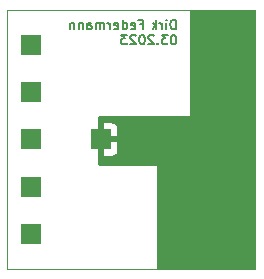
<source format=gbl>
G04 #@! TF.GenerationSoftware,KiCad,Pcbnew,(7.0.0)*
G04 #@! TF.CreationDate,2023-03-10T18:19:13+01:00*
G04 #@! TF.ProjectId,CapacitorBox0603,43617061-6369-4746-9f72-426f78303630,rev?*
G04 #@! TF.SameCoordinates,Original*
G04 #@! TF.FileFunction,Copper,L2,Bot*
G04 #@! TF.FilePolarity,Positive*
%FSLAX46Y46*%
G04 Gerber Fmt 4.6, Leading zero omitted, Abs format (unit mm)*
G04 Created by KiCad (PCBNEW (7.0.0)) date 2023-03-10 18:19:13*
%MOMM*%
%LPD*%
G01*
G04 APERTURE LIST*
%ADD10C,0.150000*%
G04 #@! TA.AperFunction,NonConductor*
%ADD11C,0.150000*%
G04 #@! TD*
G04 #@! TA.AperFunction,ComponentPad*
%ADD12R,1.700000X1.700000*%
G04 #@! TD*
G04 #@! TA.AperFunction,ViaPad*
%ADD13C,0.800000*%
G04 #@! TD*
G04 #@! TA.AperFunction,Conductor*
%ADD14C,0.500000*%
G04 #@! TD*
G04 #@! TA.AperFunction,Profile*
%ADD15C,0.100000*%
G04 #@! TD*
G04 APERTURE END LIST*
D10*
D11*
X115309523Y-101645904D02*
X115309523Y-100845904D01*
X115309523Y-100845904D02*
X115119047Y-100845904D01*
X115119047Y-100845904D02*
X115004761Y-100884000D01*
X115004761Y-100884000D02*
X114928571Y-100960190D01*
X114928571Y-100960190D02*
X114890476Y-101036380D01*
X114890476Y-101036380D02*
X114852380Y-101188761D01*
X114852380Y-101188761D02*
X114852380Y-101303047D01*
X114852380Y-101303047D02*
X114890476Y-101455428D01*
X114890476Y-101455428D02*
X114928571Y-101531619D01*
X114928571Y-101531619D02*
X115004761Y-101607809D01*
X115004761Y-101607809D02*
X115119047Y-101645904D01*
X115119047Y-101645904D02*
X115309523Y-101645904D01*
X114509523Y-101645904D02*
X114509523Y-101112571D01*
X114509523Y-100845904D02*
X114547619Y-100884000D01*
X114547619Y-100884000D02*
X114509523Y-100922095D01*
X114509523Y-100922095D02*
X114471428Y-100884000D01*
X114471428Y-100884000D02*
X114509523Y-100845904D01*
X114509523Y-100845904D02*
X114509523Y-100922095D01*
X114128571Y-101645904D02*
X114128571Y-101112571D01*
X114128571Y-101264952D02*
X114090476Y-101188761D01*
X114090476Y-101188761D02*
X114052381Y-101150666D01*
X114052381Y-101150666D02*
X113976190Y-101112571D01*
X113976190Y-101112571D02*
X113900000Y-101112571D01*
X113633333Y-101645904D02*
X113633333Y-100845904D01*
X113557143Y-101341142D02*
X113328571Y-101645904D01*
X113328571Y-101112571D02*
X113633333Y-101417333D01*
X112239048Y-101226857D02*
X112505714Y-101226857D01*
X112505714Y-101645904D02*
X112505714Y-100845904D01*
X112505714Y-100845904D02*
X112124762Y-100845904D01*
X111515238Y-101607809D02*
X111591429Y-101645904D01*
X111591429Y-101645904D02*
X111743810Y-101645904D01*
X111743810Y-101645904D02*
X111820000Y-101607809D01*
X111820000Y-101607809D02*
X111858096Y-101531619D01*
X111858096Y-101531619D02*
X111858096Y-101226857D01*
X111858096Y-101226857D02*
X111820000Y-101150666D01*
X111820000Y-101150666D02*
X111743810Y-101112571D01*
X111743810Y-101112571D02*
X111591429Y-101112571D01*
X111591429Y-101112571D02*
X111515238Y-101150666D01*
X111515238Y-101150666D02*
X111477143Y-101226857D01*
X111477143Y-101226857D02*
X111477143Y-101303047D01*
X111477143Y-101303047D02*
X111858096Y-101379238D01*
X110791429Y-101645904D02*
X110791429Y-100845904D01*
X110791429Y-101607809D02*
X110867620Y-101645904D01*
X110867620Y-101645904D02*
X111020001Y-101645904D01*
X111020001Y-101645904D02*
X111096191Y-101607809D01*
X111096191Y-101607809D02*
X111134286Y-101569714D01*
X111134286Y-101569714D02*
X111172382Y-101493523D01*
X111172382Y-101493523D02*
X111172382Y-101264952D01*
X111172382Y-101264952D02*
X111134286Y-101188761D01*
X111134286Y-101188761D02*
X111096191Y-101150666D01*
X111096191Y-101150666D02*
X111020001Y-101112571D01*
X111020001Y-101112571D02*
X110867620Y-101112571D01*
X110867620Y-101112571D02*
X110791429Y-101150666D01*
X110105714Y-101607809D02*
X110181905Y-101645904D01*
X110181905Y-101645904D02*
X110334286Y-101645904D01*
X110334286Y-101645904D02*
X110410476Y-101607809D01*
X110410476Y-101607809D02*
X110448572Y-101531619D01*
X110448572Y-101531619D02*
X110448572Y-101226857D01*
X110448572Y-101226857D02*
X110410476Y-101150666D01*
X110410476Y-101150666D02*
X110334286Y-101112571D01*
X110334286Y-101112571D02*
X110181905Y-101112571D01*
X110181905Y-101112571D02*
X110105714Y-101150666D01*
X110105714Y-101150666D02*
X110067619Y-101226857D01*
X110067619Y-101226857D02*
X110067619Y-101303047D01*
X110067619Y-101303047D02*
X110448572Y-101379238D01*
X109724762Y-101645904D02*
X109724762Y-101112571D01*
X109724762Y-101264952D02*
X109686667Y-101188761D01*
X109686667Y-101188761D02*
X109648572Y-101150666D01*
X109648572Y-101150666D02*
X109572381Y-101112571D01*
X109572381Y-101112571D02*
X109496191Y-101112571D01*
X109229524Y-101645904D02*
X109229524Y-101112571D01*
X109229524Y-101188761D02*
X109191429Y-101150666D01*
X109191429Y-101150666D02*
X109115239Y-101112571D01*
X109115239Y-101112571D02*
X109000953Y-101112571D01*
X109000953Y-101112571D02*
X108924762Y-101150666D01*
X108924762Y-101150666D02*
X108886667Y-101226857D01*
X108886667Y-101226857D02*
X108886667Y-101645904D01*
X108886667Y-101226857D02*
X108848572Y-101150666D01*
X108848572Y-101150666D02*
X108772381Y-101112571D01*
X108772381Y-101112571D02*
X108658096Y-101112571D01*
X108658096Y-101112571D02*
X108581905Y-101150666D01*
X108581905Y-101150666D02*
X108543810Y-101226857D01*
X108543810Y-101226857D02*
X108543810Y-101645904D01*
X107820000Y-101645904D02*
X107820000Y-101226857D01*
X107820000Y-101226857D02*
X107858095Y-101150666D01*
X107858095Y-101150666D02*
X107934286Y-101112571D01*
X107934286Y-101112571D02*
X108086667Y-101112571D01*
X108086667Y-101112571D02*
X108162857Y-101150666D01*
X107820000Y-101607809D02*
X107896191Y-101645904D01*
X107896191Y-101645904D02*
X108086667Y-101645904D01*
X108086667Y-101645904D02*
X108162857Y-101607809D01*
X108162857Y-101607809D02*
X108200953Y-101531619D01*
X108200953Y-101531619D02*
X108200953Y-101455428D01*
X108200953Y-101455428D02*
X108162857Y-101379238D01*
X108162857Y-101379238D02*
X108086667Y-101341142D01*
X108086667Y-101341142D02*
X107896191Y-101341142D01*
X107896191Y-101341142D02*
X107820000Y-101303047D01*
X107439047Y-101112571D02*
X107439047Y-101645904D01*
X107439047Y-101188761D02*
X107400952Y-101150666D01*
X107400952Y-101150666D02*
X107324762Y-101112571D01*
X107324762Y-101112571D02*
X107210476Y-101112571D01*
X107210476Y-101112571D02*
X107134285Y-101150666D01*
X107134285Y-101150666D02*
X107096190Y-101226857D01*
X107096190Y-101226857D02*
X107096190Y-101645904D01*
X106715237Y-101112571D02*
X106715237Y-101645904D01*
X106715237Y-101188761D02*
X106677142Y-101150666D01*
X106677142Y-101150666D02*
X106600952Y-101112571D01*
X106600952Y-101112571D02*
X106486666Y-101112571D01*
X106486666Y-101112571D02*
X106410475Y-101150666D01*
X106410475Y-101150666D02*
X106372380Y-101226857D01*
X106372380Y-101226857D02*
X106372380Y-101645904D01*
X115157142Y-102141904D02*
X115080952Y-102141904D01*
X115080952Y-102141904D02*
X115004761Y-102180000D01*
X115004761Y-102180000D02*
X114966666Y-102218095D01*
X114966666Y-102218095D02*
X114928571Y-102294285D01*
X114928571Y-102294285D02*
X114890476Y-102446666D01*
X114890476Y-102446666D02*
X114890476Y-102637142D01*
X114890476Y-102637142D02*
X114928571Y-102789523D01*
X114928571Y-102789523D02*
X114966666Y-102865714D01*
X114966666Y-102865714D02*
X115004761Y-102903809D01*
X115004761Y-102903809D02*
X115080952Y-102941904D01*
X115080952Y-102941904D02*
X115157142Y-102941904D01*
X115157142Y-102941904D02*
X115233333Y-102903809D01*
X115233333Y-102903809D02*
X115271428Y-102865714D01*
X115271428Y-102865714D02*
X115309523Y-102789523D01*
X115309523Y-102789523D02*
X115347619Y-102637142D01*
X115347619Y-102637142D02*
X115347619Y-102446666D01*
X115347619Y-102446666D02*
X115309523Y-102294285D01*
X115309523Y-102294285D02*
X115271428Y-102218095D01*
X115271428Y-102218095D02*
X115233333Y-102180000D01*
X115233333Y-102180000D02*
X115157142Y-102141904D01*
X114623809Y-102141904D02*
X114128571Y-102141904D01*
X114128571Y-102141904D02*
X114395237Y-102446666D01*
X114395237Y-102446666D02*
X114280952Y-102446666D01*
X114280952Y-102446666D02*
X114204761Y-102484761D01*
X114204761Y-102484761D02*
X114166666Y-102522857D01*
X114166666Y-102522857D02*
X114128571Y-102599047D01*
X114128571Y-102599047D02*
X114128571Y-102789523D01*
X114128571Y-102789523D02*
X114166666Y-102865714D01*
X114166666Y-102865714D02*
X114204761Y-102903809D01*
X114204761Y-102903809D02*
X114280952Y-102941904D01*
X114280952Y-102941904D02*
X114509523Y-102941904D01*
X114509523Y-102941904D02*
X114585714Y-102903809D01*
X114585714Y-102903809D02*
X114623809Y-102865714D01*
X113785713Y-102865714D02*
X113747618Y-102903809D01*
X113747618Y-102903809D02*
X113785713Y-102941904D01*
X113785713Y-102941904D02*
X113823809Y-102903809D01*
X113823809Y-102903809D02*
X113785713Y-102865714D01*
X113785713Y-102865714D02*
X113785713Y-102941904D01*
X113442857Y-102218095D02*
X113404761Y-102180000D01*
X113404761Y-102180000D02*
X113328571Y-102141904D01*
X113328571Y-102141904D02*
X113138095Y-102141904D01*
X113138095Y-102141904D02*
X113061904Y-102180000D01*
X113061904Y-102180000D02*
X113023809Y-102218095D01*
X113023809Y-102218095D02*
X112985714Y-102294285D01*
X112985714Y-102294285D02*
X112985714Y-102370476D01*
X112985714Y-102370476D02*
X113023809Y-102484761D01*
X113023809Y-102484761D02*
X113480952Y-102941904D01*
X113480952Y-102941904D02*
X112985714Y-102941904D01*
X112490475Y-102141904D02*
X112414285Y-102141904D01*
X112414285Y-102141904D02*
X112338094Y-102180000D01*
X112338094Y-102180000D02*
X112299999Y-102218095D01*
X112299999Y-102218095D02*
X112261904Y-102294285D01*
X112261904Y-102294285D02*
X112223809Y-102446666D01*
X112223809Y-102446666D02*
X112223809Y-102637142D01*
X112223809Y-102637142D02*
X112261904Y-102789523D01*
X112261904Y-102789523D02*
X112299999Y-102865714D01*
X112299999Y-102865714D02*
X112338094Y-102903809D01*
X112338094Y-102903809D02*
X112414285Y-102941904D01*
X112414285Y-102941904D02*
X112490475Y-102941904D01*
X112490475Y-102941904D02*
X112566666Y-102903809D01*
X112566666Y-102903809D02*
X112604761Y-102865714D01*
X112604761Y-102865714D02*
X112642856Y-102789523D01*
X112642856Y-102789523D02*
X112680952Y-102637142D01*
X112680952Y-102637142D02*
X112680952Y-102446666D01*
X112680952Y-102446666D02*
X112642856Y-102294285D01*
X112642856Y-102294285D02*
X112604761Y-102218095D01*
X112604761Y-102218095D02*
X112566666Y-102180000D01*
X112566666Y-102180000D02*
X112490475Y-102141904D01*
X111919047Y-102218095D02*
X111880951Y-102180000D01*
X111880951Y-102180000D02*
X111804761Y-102141904D01*
X111804761Y-102141904D02*
X111614285Y-102141904D01*
X111614285Y-102141904D02*
X111538094Y-102180000D01*
X111538094Y-102180000D02*
X111499999Y-102218095D01*
X111499999Y-102218095D02*
X111461904Y-102294285D01*
X111461904Y-102294285D02*
X111461904Y-102370476D01*
X111461904Y-102370476D02*
X111499999Y-102484761D01*
X111499999Y-102484761D02*
X111957142Y-102941904D01*
X111957142Y-102941904D02*
X111461904Y-102941904D01*
X111195237Y-102141904D02*
X110699999Y-102141904D01*
X110699999Y-102141904D02*
X110966665Y-102446666D01*
X110966665Y-102446666D02*
X110852380Y-102446666D01*
X110852380Y-102446666D02*
X110776189Y-102484761D01*
X110776189Y-102484761D02*
X110738094Y-102522857D01*
X110738094Y-102522857D02*
X110699999Y-102599047D01*
X110699999Y-102599047D02*
X110699999Y-102789523D01*
X110699999Y-102789523D02*
X110738094Y-102865714D01*
X110738094Y-102865714D02*
X110776189Y-102903809D01*
X110776189Y-102903809D02*
X110852380Y-102941904D01*
X110852380Y-102941904D02*
X111080951Y-102941904D01*
X111080951Y-102941904D02*
X111157142Y-102903809D01*
X111157142Y-102903809D02*
X111195237Y-102865714D01*
D12*
X102999999Y-114999999D03*
X102999999Y-118999999D03*
X102999999Y-102999999D03*
X108999999Y-110999999D03*
X102999999Y-110999999D03*
X102999999Y-106999999D03*
D13*
X119100000Y-118500000D03*
X119100000Y-113500000D03*
X119100000Y-106000000D03*
X119100000Y-103500000D03*
X119100000Y-108500000D03*
X119100000Y-111000000D03*
X119100000Y-116000000D03*
D14*
X119100000Y-111000000D02*
X109000000Y-111000000D01*
G04 #@! TA.AperFunction,Conductor*
G36*
X121936500Y-100017381D02*
G01*
X121982619Y-100063500D01*
X121999500Y-100126500D01*
X121999500Y-121873500D01*
X121982619Y-121936500D01*
X121936500Y-121982619D01*
X121873500Y-121999500D01*
X113876000Y-121999500D01*
X113813000Y-121982619D01*
X113766881Y-121936500D01*
X113750000Y-121873500D01*
X113750000Y-113266590D01*
X113750000Y-113250000D01*
X113733410Y-113250000D01*
X108876000Y-113250000D01*
X108813000Y-113233119D01*
X108766881Y-113187000D01*
X108750000Y-113124000D01*
X108750000Y-112341410D01*
X109254000Y-112341410D01*
X109257506Y-112354493D01*
X109270590Y-112358000D01*
X109895223Y-112358000D01*
X109901938Y-112357640D01*
X109951257Y-112352337D01*
X109966478Y-112348740D01*
X110087519Y-112303594D01*
X110103175Y-112295045D01*
X110205692Y-112218302D01*
X110218302Y-112205692D01*
X110295045Y-112103175D01*
X110303594Y-112087519D01*
X110348740Y-111966478D01*
X110352337Y-111951257D01*
X110357640Y-111901938D01*
X110358000Y-111895223D01*
X110358000Y-111270590D01*
X110354493Y-111257506D01*
X110341410Y-111254000D01*
X109270590Y-111254000D01*
X109257506Y-111257506D01*
X109254000Y-111270590D01*
X109254000Y-112341410D01*
X108750000Y-112341410D01*
X108750000Y-110729410D01*
X109254000Y-110729410D01*
X109257506Y-110742493D01*
X109270590Y-110746000D01*
X110341410Y-110746000D01*
X110354493Y-110742493D01*
X110358000Y-110729410D01*
X110358000Y-110104777D01*
X110357640Y-110098061D01*
X110352337Y-110048742D01*
X110348740Y-110033521D01*
X110303594Y-109912480D01*
X110295045Y-109896824D01*
X110218302Y-109794307D01*
X110205692Y-109781697D01*
X110103175Y-109704954D01*
X110087519Y-109696405D01*
X109966478Y-109651259D01*
X109951257Y-109647662D01*
X109901938Y-109642359D01*
X109895223Y-109642000D01*
X109270590Y-109642000D01*
X109257506Y-109645506D01*
X109254000Y-109658590D01*
X109254000Y-110729410D01*
X108750000Y-110729410D01*
X108750000Y-109126000D01*
X108766881Y-109063000D01*
X108813000Y-109016881D01*
X108876000Y-109000000D01*
X116483410Y-109000000D01*
X116500000Y-109000000D01*
X116500000Y-100126500D01*
X116516881Y-100063500D01*
X116563000Y-100017381D01*
X116626000Y-100000500D01*
X121873500Y-100000500D01*
X121936500Y-100017381D01*
G37*
G04 #@! TD.AperFunction*
D15*
X101000000Y-100000000D02*
X122000000Y-100000000D01*
X122000000Y-100000000D02*
X122000000Y-122000000D01*
X122000000Y-122000000D02*
X101000000Y-122000000D01*
X101000000Y-100000000D02*
X101000000Y-122000000D01*
M02*

</source>
